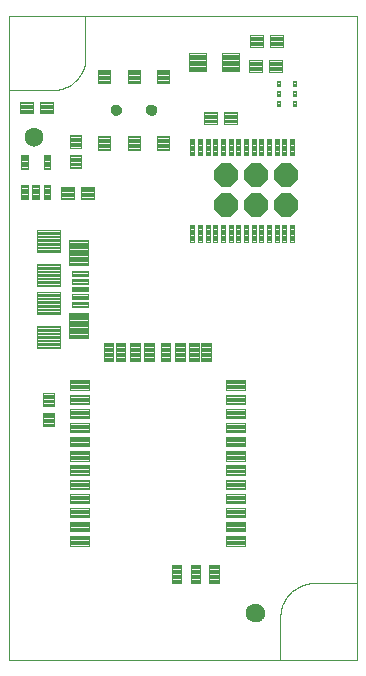
<source format=gbs>
G75*
G70*
%OFA0B0*%
%FSLAX24Y24*%
%IPPOS*%
%LPD*%
%AMOC8*
5,1,8,0,0,1.08239X$1,22.5*
%
%ADD10C,0.0000*%
%ADD11C,0.0043*%
%ADD12C,0.0041*%
%ADD13C,0.0041*%
%ADD14C,0.0041*%
%ADD15C,0.0040*%
%ADD16C,0.0047*%
%ADD17C,0.0375*%
%ADD18C,0.0043*%
%ADD19OC8,0.0780*%
%ADD20C,0.0041*%
%ADD21C,0.0041*%
%ADD22C,0.0631*%
D10*
X001008Y001834D02*
X001008Y020830D01*
X002475Y020830D01*
X002538Y020832D01*
X002602Y020837D01*
X002665Y020847D01*
X002727Y020859D01*
X002788Y020876D01*
X002848Y020896D01*
X002908Y020919D01*
X002965Y020946D01*
X003021Y020976D01*
X003075Y021010D01*
X003127Y021046D01*
X003177Y021085D01*
X003224Y021128D01*
X003269Y021173D01*
X003312Y021220D01*
X003351Y021270D01*
X003387Y021322D01*
X003421Y021376D01*
X003451Y021432D01*
X003478Y021489D01*
X003501Y021549D01*
X003521Y021609D01*
X003538Y021670D01*
X003550Y021732D01*
X003560Y021795D01*
X003565Y021859D01*
X003567Y021922D01*
X003567Y023291D01*
X012622Y023291D01*
X012622Y004393D01*
X011189Y004393D01*
X011124Y004391D01*
X011058Y004385D01*
X010993Y004376D01*
X010929Y004363D01*
X010866Y004346D01*
X010804Y004325D01*
X010743Y004301D01*
X010684Y004273D01*
X010626Y004242D01*
X010570Y004208D01*
X010517Y004170D01*
X010465Y004130D01*
X010416Y004086D01*
X010370Y004040D01*
X010326Y003991D01*
X010286Y003939D01*
X010248Y003886D01*
X010214Y003830D01*
X010183Y003772D01*
X010155Y003713D01*
X010131Y003652D01*
X010110Y003590D01*
X010093Y003527D01*
X010080Y003463D01*
X010071Y003398D01*
X010065Y003332D01*
X010063Y003267D01*
X010063Y001834D01*
X001008Y001834D01*
X008933Y003409D02*
X008935Y003443D01*
X008941Y003477D01*
X008951Y003510D01*
X008964Y003541D01*
X008982Y003571D01*
X009002Y003599D01*
X009026Y003624D01*
X009052Y003646D01*
X009080Y003664D01*
X009111Y003680D01*
X009143Y003692D01*
X009177Y003700D01*
X009211Y003704D01*
X009245Y003704D01*
X009279Y003700D01*
X009313Y003692D01*
X009345Y003680D01*
X009375Y003664D01*
X009404Y003646D01*
X009430Y003624D01*
X009454Y003599D01*
X009474Y003571D01*
X009492Y003541D01*
X009505Y003510D01*
X009515Y003477D01*
X009521Y003443D01*
X009523Y003409D01*
X009521Y003375D01*
X009515Y003341D01*
X009505Y003308D01*
X009492Y003277D01*
X009474Y003247D01*
X009454Y003219D01*
X009430Y003194D01*
X009404Y003172D01*
X009376Y003154D01*
X009345Y003138D01*
X009313Y003126D01*
X009279Y003118D01*
X009245Y003114D01*
X009211Y003114D01*
X009177Y003118D01*
X009143Y003126D01*
X009111Y003138D01*
X009080Y003154D01*
X009052Y003172D01*
X009026Y003194D01*
X009002Y003219D01*
X008982Y003247D01*
X008964Y003277D01*
X008951Y003308D01*
X008941Y003341D01*
X008935Y003375D01*
X008933Y003409D01*
X010063Y001834D02*
X012622Y001834D01*
X012622Y004393D01*
X005596Y020168D02*
X005598Y020193D01*
X005604Y020218D01*
X005613Y020242D01*
X005626Y020264D01*
X005643Y020284D01*
X005662Y020301D01*
X005683Y020315D01*
X005707Y020325D01*
X005731Y020332D01*
X005757Y020335D01*
X005782Y020334D01*
X005807Y020329D01*
X005831Y020320D01*
X005854Y020308D01*
X005874Y020293D01*
X005892Y020274D01*
X005907Y020253D01*
X005918Y020230D01*
X005926Y020206D01*
X005930Y020181D01*
X005930Y020155D01*
X005926Y020130D01*
X005918Y020106D01*
X005907Y020083D01*
X005892Y020062D01*
X005874Y020043D01*
X005854Y020028D01*
X005831Y020016D01*
X005807Y020007D01*
X005782Y020002D01*
X005757Y020001D01*
X005731Y020004D01*
X005707Y020011D01*
X005683Y020021D01*
X005662Y020035D01*
X005643Y020052D01*
X005626Y020072D01*
X005613Y020094D01*
X005604Y020118D01*
X005598Y020143D01*
X005596Y020168D01*
X004415Y020168D02*
X004417Y020193D01*
X004423Y020218D01*
X004432Y020242D01*
X004445Y020264D01*
X004462Y020284D01*
X004481Y020301D01*
X004502Y020315D01*
X004526Y020325D01*
X004550Y020332D01*
X004576Y020335D01*
X004601Y020334D01*
X004626Y020329D01*
X004650Y020320D01*
X004673Y020308D01*
X004693Y020293D01*
X004711Y020274D01*
X004726Y020253D01*
X004737Y020230D01*
X004745Y020206D01*
X004749Y020181D01*
X004749Y020155D01*
X004745Y020130D01*
X004737Y020106D01*
X004726Y020083D01*
X004711Y020062D01*
X004693Y020043D01*
X004673Y020028D01*
X004650Y020016D01*
X004626Y020007D01*
X004601Y020002D01*
X004576Y020001D01*
X004550Y020004D01*
X004526Y020011D01*
X004502Y020021D01*
X004481Y020035D01*
X004462Y020052D01*
X004445Y020072D01*
X004432Y020094D01*
X004423Y020118D01*
X004417Y020143D01*
X004415Y020168D01*
X003567Y023291D02*
X001008Y023291D01*
X001008Y020830D01*
X001540Y019275D02*
X001542Y019309D01*
X001548Y019343D01*
X001558Y019376D01*
X001571Y019407D01*
X001589Y019437D01*
X001609Y019465D01*
X001633Y019490D01*
X001659Y019512D01*
X001687Y019530D01*
X001718Y019546D01*
X001750Y019558D01*
X001784Y019566D01*
X001818Y019570D01*
X001852Y019570D01*
X001886Y019566D01*
X001920Y019558D01*
X001952Y019546D01*
X001982Y019530D01*
X002011Y019512D01*
X002037Y019490D01*
X002061Y019465D01*
X002081Y019437D01*
X002099Y019407D01*
X002112Y019376D01*
X002122Y019343D01*
X002128Y019309D01*
X002130Y019275D01*
X002128Y019241D01*
X002122Y019207D01*
X002112Y019174D01*
X002099Y019143D01*
X002081Y019113D01*
X002061Y019085D01*
X002037Y019060D01*
X002011Y019038D01*
X001983Y019020D01*
X001952Y019004D01*
X001920Y018992D01*
X001886Y018984D01*
X001852Y018980D01*
X001818Y018980D01*
X001784Y018984D01*
X001750Y018992D01*
X001718Y019004D01*
X001687Y019020D01*
X001659Y019038D01*
X001633Y019060D01*
X001609Y019085D01*
X001589Y019113D01*
X001571Y019143D01*
X001558Y019174D01*
X001548Y019207D01*
X001542Y019241D01*
X001540Y019275D01*
D11*
X001387Y020444D02*
X001817Y020444D01*
X001817Y020052D01*
X001387Y020052D01*
X001387Y020444D01*
X001387Y020094D02*
X001817Y020094D01*
X001817Y020136D02*
X001387Y020136D01*
X001387Y020178D02*
X001817Y020178D01*
X001817Y020220D02*
X001387Y020220D01*
X001387Y020262D02*
X001817Y020262D01*
X001817Y020304D02*
X001387Y020304D01*
X001387Y020346D02*
X001817Y020346D01*
X001817Y020388D02*
X001387Y020388D01*
X001387Y020430D02*
X001817Y020430D01*
X002057Y020444D02*
X002487Y020444D01*
X002487Y020052D01*
X002057Y020052D01*
X002057Y020444D01*
X002057Y020094D02*
X002487Y020094D01*
X002487Y020136D02*
X002057Y020136D01*
X002057Y020178D02*
X002487Y020178D01*
X002487Y020220D02*
X002057Y020220D01*
X002057Y020262D02*
X002487Y020262D01*
X002487Y020304D02*
X002057Y020304D01*
X002057Y020346D02*
X002487Y020346D01*
X002487Y020388D02*
X002057Y020388D01*
X002057Y020430D02*
X002487Y020430D01*
X003429Y019338D02*
X003429Y018908D01*
X003037Y018908D01*
X003037Y019338D01*
X003429Y019338D01*
X003429Y018950D02*
X003037Y018950D01*
X003037Y018992D02*
X003429Y018992D01*
X003429Y019034D02*
X003037Y019034D01*
X003037Y019076D02*
X003429Y019076D01*
X003429Y019118D02*
X003037Y019118D01*
X003037Y019160D02*
X003429Y019160D01*
X003429Y019202D02*
X003037Y019202D01*
X003037Y019244D02*
X003429Y019244D01*
X003429Y019286D02*
X003037Y019286D01*
X003037Y019328D02*
X003429Y019328D01*
X003429Y018668D02*
X003429Y018238D01*
X003037Y018238D01*
X003037Y018668D01*
X003429Y018668D01*
X003429Y018280D02*
X003037Y018280D01*
X003037Y018322D02*
X003429Y018322D01*
X003429Y018364D02*
X003037Y018364D01*
X003037Y018406D02*
X003429Y018406D01*
X003429Y018448D02*
X003037Y018448D01*
X003037Y018490D02*
X003429Y018490D01*
X003429Y018532D02*
X003037Y018532D01*
X003037Y018574D02*
X003429Y018574D01*
X003429Y018616D02*
X003037Y018616D01*
X003037Y018658D02*
X003429Y018658D01*
X003992Y019281D02*
X004384Y019281D01*
X004384Y018831D01*
X003992Y018831D01*
X003992Y019281D01*
X003992Y018873D02*
X004384Y018873D01*
X004384Y018915D02*
X003992Y018915D01*
X003992Y018957D02*
X004384Y018957D01*
X004384Y018999D02*
X003992Y018999D01*
X003992Y019041D02*
X004384Y019041D01*
X004384Y019083D02*
X003992Y019083D01*
X003992Y019125D02*
X004384Y019125D01*
X004384Y019167D02*
X003992Y019167D01*
X003992Y019209D02*
X004384Y019209D01*
X004384Y019251D02*
X003992Y019251D01*
X004976Y019281D02*
X005368Y019281D01*
X005368Y018831D01*
X004976Y018831D01*
X004976Y019281D01*
X004976Y018873D02*
X005368Y018873D01*
X005368Y018915D02*
X004976Y018915D01*
X004976Y018957D02*
X005368Y018957D01*
X005368Y018999D02*
X004976Y018999D01*
X004976Y019041D02*
X005368Y019041D01*
X005368Y019083D02*
X004976Y019083D01*
X004976Y019125D02*
X005368Y019125D01*
X005368Y019167D02*
X004976Y019167D01*
X004976Y019209D02*
X005368Y019209D01*
X005368Y019251D02*
X004976Y019251D01*
X005961Y019281D02*
X006353Y019281D01*
X006353Y018831D01*
X005961Y018831D01*
X005961Y019281D01*
X005961Y018873D02*
X006353Y018873D01*
X006353Y018915D02*
X005961Y018915D01*
X005961Y018957D02*
X006353Y018957D01*
X006353Y018999D02*
X005961Y018999D01*
X005961Y019041D02*
X006353Y019041D01*
X006353Y019083D02*
X005961Y019083D01*
X005961Y019125D02*
X006353Y019125D01*
X006353Y019167D02*
X005961Y019167D01*
X005961Y019209D02*
X006353Y019209D01*
X006353Y019251D02*
X005961Y019251D01*
X005961Y021505D02*
X006353Y021505D01*
X006353Y021055D01*
X005961Y021055D01*
X005961Y021505D01*
X005961Y021097D02*
X006353Y021097D01*
X006353Y021139D02*
X005961Y021139D01*
X005961Y021181D02*
X006353Y021181D01*
X006353Y021223D02*
X005961Y021223D01*
X005961Y021265D02*
X006353Y021265D01*
X006353Y021307D02*
X005961Y021307D01*
X005961Y021349D02*
X006353Y021349D01*
X006353Y021391D02*
X005961Y021391D01*
X005961Y021433D02*
X006353Y021433D01*
X006353Y021475D02*
X005961Y021475D01*
X005368Y021505D02*
X004976Y021505D01*
X005368Y021505D02*
X005368Y021055D01*
X004976Y021055D01*
X004976Y021505D01*
X004976Y021097D02*
X005368Y021097D01*
X005368Y021139D02*
X004976Y021139D01*
X004976Y021181D02*
X005368Y021181D01*
X005368Y021223D02*
X004976Y021223D01*
X004976Y021265D02*
X005368Y021265D01*
X005368Y021307D02*
X004976Y021307D01*
X004976Y021349D02*
X005368Y021349D01*
X005368Y021391D02*
X004976Y021391D01*
X004976Y021433D02*
X005368Y021433D01*
X005368Y021475D02*
X004976Y021475D01*
X004384Y021505D02*
X003992Y021505D01*
X004384Y021505D02*
X004384Y021055D01*
X003992Y021055D01*
X003992Y021505D01*
X003992Y021097D02*
X004384Y021097D01*
X004384Y021139D02*
X003992Y021139D01*
X003992Y021181D02*
X004384Y021181D01*
X004384Y021223D02*
X003992Y021223D01*
X003992Y021265D02*
X004384Y021265D01*
X004384Y021307D02*
X003992Y021307D01*
X003992Y021349D02*
X004384Y021349D01*
X004384Y021391D02*
X003992Y021391D01*
X003992Y021433D02*
X004384Y021433D01*
X004384Y021475D02*
X003992Y021475D01*
X003850Y017202D02*
X003420Y017202D01*
X003420Y017594D01*
X003850Y017594D01*
X003850Y017202D01*
X003850Y017244D02*
X003420Y017244D01*
X003420Y017286D02*
X003850Y017286D01*
X003850Y017328D02*
X003420Y017328D01*
X003420Y017370D02*
X003850Y017370D01*
X003850Y017412D02*
X003420Y017412D01*
X003420Y017454D02*
X003850Y017454D01*
X003850Y017496D02*
X003420Y017496D01*
X003420Y017538D02*
X003850Y017538D01*
X003850Y017580D02*
X003420Y017580D01*
X003180Y017202D02*
X002750Y017202D01*
X002750Y017594D01*
X003180Y017594D01*
X003180Y017202D01*
X003180Y017244D02*
X002750Y017244D01*
X002750Y017286D02*
X003180Y017286D01*
X003180Y017328D02*
X002750Y017328D01*
X002750Y017370D02*
X003180Y017370D01*
X003180Y017412D02*
X002750Y017412D01*
X002750Y017454D02*
X003180Y017454D01*
X003180Y017496D02*
X002750Y017496D01*
X002750Y017538D02*
X003180Y017538D01*
X003180Y017580D02*
X002750Y017580D01*
X002139Y010726D02*
X002139Y010296D01*
X002139Y010726D02*
X002531Y010726D01*
X002531Y010296D01*
X002139Y010296D01*
X002139Y010338D02*
X002531Y010338D01*
X002531Y010380D02*
X002139Y010380D01*
X002139Y010422D02*
X002531Y010422D01*
X002531Y010464D02*
X002139Y010464D01*
X002139Y010506D02*
X002531Y010506D01*
X002531Y010548D02*
X002139Y010548D01*
X002139Y010590D02*
X002531Y010590D01*
X002531Y010632D02*
X002139Y010632D01*
X002139Y010674D02*
X002531Y010674D01*
X002531Y010716D02*
X002139Y010716D01*
X002139Y010057D02*
X002139Y009627D01*
X002139Y010057D02*
X002531Y010057D01*
X002531Y009627D01*
X002139Y009627D01*
X002139Y009669D02*
X002531Y009669D01*
X002531Y009711D02*
X002139Y009711D01*
X002139Y009753D02*
X002531Y009753D01*
X002531Y009795D02*
X002139Y009795D01*
X002139Y009837D02*
X002531Y009837D01*
X002531Y009879D02*
X002139Y009879D01*
X002139Y009921D02*
X002531Y009921D01*
X002531Y009963D02*
X002139Y009963D01*
X002139Y010005D02*
X002531Y010005D01*
X002531Y010047D02*
X002139Y010047D01*
X007505Y020105D02*
X007935Y020105D01*
X007935Y019713D01*
X007505Y019713D01*
X007505Y020105D01*
X007505Y019755D02*
X007935Y019755D01*
X007935Y019797D02*
X007505Y019797D01*
X007505Y019839D02*
X007935Y019839D01*
X007935Y019881D02*
X007505Y019881D01*
X007505Y019923D02*
X007935Y019923D01*
X007935Y019965D02*
X007505Y019965D01*
X007505Y020007D02*
X007935Y020007D01*
X007935Y020049D02*
X007505Y020049D01*
X007505Y020091D02*
X007935Y020091D01*
X008175Y020105D02*
X008605Y020105D01*
X008605Y019713D01*
X008175Y019713D01*
X008175Y020105D01*
X008175Y019755D02*
X008605Y019755D01*
X008605Y019797D02*
X008175Y019797D01*
X008175Y019839D02*
X008605Y019839D01*
X008605Y019881D02*
X008175Y019881D01*
X008175Y019923D02*
X008605Y019923D01*
X008605Y019965D02*
X008175Y019965D01*
X008175Y020007D02*
X008605Y020007D01*
X008605Y020049D02*
X008175Y020049D01*
X008175Y020091D02*
X008605Y020091D01*
X009017Y021836D02*
X009447Y021836D01*
X009447Y021444D01*
X009017Y021444D01*
X009017Y021836D01*
X009017Y021486D02*
X009447Y021486D01*
X009447Y021528D02*
X009017Y021528D01*
X009017Y021570D02*
X009447Y021570D01*
X009447Y021612D02*
X009017Y021612D01*
X009017Y021654D02*
X009447Y021654D01*
X009447Y021696D02*
X009017Y021696D01*
X009017Y021738D02*
X009447Y021738D01*
X009447Y021780D02*
X009017Y021780D01*
X009017Y021822D02*
X009447Y021822D01*
X009471Y022667D02*
X009041Y022667D01*
X009471Y022667D02*
X009471Y022275D01*
X009041Y022275D01*
X009041Y022667D01*
X009041Y022317D02*
X009471Y022317D01*
X009471Y022359D02*
X009041Y022359D01*
X009041Y022401D02*
X009471Y022401D01*
X009471Y022443D02*
X009041Y022443D01*
X009041Y022485D02*
X009471Y022485D01*
X009471Y022527D02*
X009041Y022527D01*
X009041Y022569D02*
X009471Y022569D01*
X009471Y022611D02*
X009041Y022611D01*
X009041Y022653D02*
X009471Y022653D01*
X009710Y022667D02*
X010140Y022667D01*
X010140Y022275D01*
X009710Y022275D01*
X009710Y022667D01*
X009710Y022317D02*
X010140Y022317D01*
X010140Y022359D02*
X009710Y022359D01*
X009710Y022401D02*
X010140Y022401D01*
X010140Y022443D02*
X009710Y022443D01*
X009710Y022485D02*
X010140Y022485D01*
X010140Y022527D02*
X009710Y022527D01*
X009710Y022569D02*
X010140Y022569D01*
X010140Y022611D02*
X009710Y022611D01*
X009710Y022653D02*
X010140Y022653D01*
X010117Y021836D02*
X009687Y021836D01*
X010117Y021836D02*
X010117Y021444D01*
X009687Y021444D01*
X009687Y021836D01*
X009687Y021486D02*
X010117Y021486D01*
X010117Y021528D02*
X009687Y021528D01*
X009687Y021570D02*
X010117Y021570D01*
X010117Y021612D02*
X009687Y021612D01*
X009687Y021654D02*
X010117Y021654D01*
X010117Y021696D02*
X009687Y021696D01*
X009687Y021738D02*
X010117Y021738D01*
X010117Y021780D02*
X009687Y021780D01*
X009687Y021822D02*
X010117Y021822D01*
D12*
X008131Y022079D02*
X008131Y021449D01*
X008131Y022079D02*
X008681Y022079D01*
X008681Y021449D01*
X008131Y021449D01*
X008131Y021489D02*
X008681Y021489D01*
X008681Y021529D02*
X008131Y021529D01*
X008131Y021569D02*
X008681Y021569D01*
X008681Y021609D02*
X008131Y021609D01*
X008131Y021649D02*
X008681Y021649D01*
X008681Y021689D02*
X008131Y021689D01*
X008131Y021729D02*
X008681Y021729D01*
X008681Y021769D02*
X008131Y021769D01*
X008131Y021809D02*
X008681Y021809D01*
X008681Y021849D02*
X008131Y021849D01*
X008131Y021889D02*
X008681Y021889D01*
X008681Y021929D02*
X008131Y021929D01*
X008131Y021969D02*
X008681Y021969D01*
X008681Y022009D02*
X008131Y022009D01*
X008131Y022049D02*
X008681Y022049D01*
X007029Y022079D02*
X007029Y021449D01*
X007029Y022079D02*
X007579Y022079D01*
X007579Y021449D01*
X007029Y021449D01*
X007029Y021489D02*
X007579Y021489D01*
X007579Y021529D02*
X007029Y021529D01*
X007029Y021569D02*
X007579Y021569D01*
X007579Y021609D02*
X007029Y021609D01*
X007029Y021649D02*
X007579Y021649D01*
X007579Y021689D02*
X007029Y021689D01*
X007029Y021729D02*
X007579Y021729D01*
X007579Y021769D02*
X007029Y021769D01*
X007029Y021809D02*
X007579Y021809D01*
X007579Y021849D02*
X007029Y021849D01*
X007029Y021889D02*
X007579Y021889D01*
X007579Y021929D02*
X007029Y021929D01*
X007029Y021969D02*
X007579Y021969D01*
X007579Y022009D02*
X007029Y022009D01*
X007029Y022049D02*
X007579Y022049D01*
D13*
X002388Y018679D02*
X002172Y018679D01*
X002388Y018679D02*
X002388Y018207D01*
X002172Y018207D01*
X002172Y018679D01*
X002172Y018247D02*
X002388Y018247D01*
X002388Y018287D02*
X002172Y018287D01*
X002172Y018327D02*
X002388Y018327D01*
X002388Y018367D02*
X002172Y018367D01*
X002172Y018407D02*
X002388Y018407D01*
X002388Y018447D02*
X002172Y018447D01*
X002172Y018487D02*
X002388Y018487D01*
X002388Y018527D02*
X002172Y018527D01*
X002172Y018567D02*
X002388Y018567D01*
X002388Y018607D02*
X002172Y018607D01*
X002172Y018647D02*
X002388Y018647D01*
X002388Y017655D02*
X002172Y017655D01*
X002388Y017655D02*
X002388Y017183D01*
X002172Y017183D01*
X002172Y017655D01*
X002172Y017223D02*
X002388Y017223D01*
X002388Y017263D02*
X002172Y017263D01*
X002172Y017303D02*
X002388Y017303D01*
X002388Y017343D02*
X002172Y017343D01*
X002172Y017383D02*
X002388Y017383D01*
X002388Y017423D02*
X002172Y017423D01*
X002172Y017463D02*
X002388Y017463D01*
X002388Y017503D02*
X002172Y017503D01*
X002172Y017543D02*
X002388Y017543D01*
X002388Y017583D02*
X002172Y017583D01*
X002172Y017623D02*
X002388Y017623D01*
X002014Y017655D02*
X001798Y017655D01*
X002014Y017655D02*
X002014Y017183D01*
X001798Y017183D01*
X001798Y017655D01*
X001798Y017223D02*
X002014Y017223D01*
X002014Y017263D02*
X001798Y017263D01*
X001798Y017303D02*
X002014Y017303D01*
X002014Y017343D02*
X001798Y017343D01*
X001798Y017383D02*
X002014Y017383D01*
X002014Y017423D02*
X001798Y017423D01*
X001798Y017463D02*
X002014Y017463D01*
X002014Y017503D02*
X001798Y017503D01*
X001798Y017543D02*
X002014Y017543D01*
X002014Y017583D02*
X001798Y017583D01*
X001798Y017623D02*
X002014Y017623D01*
X001639Y017655D02*
X001423Y017655D01*
X001639Y017655D02*
X001639Y017183D01*
X001423Y017183D01*
X001423Y017655D01*
X001423Y017223D02*
X001639Y017223D01*
X001639Y017263D02*
X001423Y017263D01*
X001423Y017303D02*
X001639Y017303D01*
X001639Y017343D02*
X001423Y017343D01*
X001423Y017383D02*
X001639Y017383D01*
X001639Y017423D02*
X001423Y017423D01*
X001423Y017463D02*
X001639Y017463D01*
X001639Y017503D02*
X001423Y017503D01*
X001423Y017543D02*
X001639Y017543D01*
X001639Y017583D02*
X001423Y017583D01*
X001423Y017623D02*
X001639Y017623D01*
X001639Y018679D02*
X001423Y018679D01*
X001639Y018679D02*
X001639Y018207D01*
X001423Y018207D01*
X001423Y018679D01*
X001423Y018247D02*
X001639Y018247D01*
X001639Y018287D02*
X001423Y018287D01*
X001423Y018327D02*
X001639Y018327D01*
X001639Y018367D02*
X001423Y018367D01*
X001423Y018407D02*
X001639Y018407D01*
X001639Y018447D02*
X001423Y018447D01*
X001423Y018487D02*
X001639Y018487D01*
X001639Y018527D02*
X001423Y018527D01*
X001423Y018567D02*
X001639Y018567D01*
X001639Y018607D02*
X001423Y018607D01*
X001423Y018647D02*
X001639Y018647D01*
D14*
X003651Y014784D02*
X003651Y014628D01*
X003121Y014628D01*
X003121Y014784D01*
X003651Y014784D01*
X003651Y014668D02*
X003121Y014668D01*
X003121Y014708D02*
X003651Y014708D01*
X003651Y014748D02*
X003121Y014748D01*
X003651Y014528D02*
X003651Y014372D01*
X003121Y014372D01*
X003121Y014528D01*
X003651Y014528D01*
X003651Y014412D02*
X003121Y014412D01*
X003121Y014452D02*
X003651Y014452D01*
X003651Y014492D02*
X003121Y014492D01*
X003651Y014272D02*
X003651Y014116D01*
X003121Y014116D01*
X003121Y014272D01*
X003651Y014272D01*
X003651Y014156D02*
X003121Y014156D01*
X003121Y014196D02*
X003651Y014196D01*
X003651Y014236D02*
X003121Y014236D01*
X003651Y014016D02*
X003651Y013860D01*
X003121Y013860D01*
X003121Y014016D01*
X003651Y014016D01*
X003651Y013900D02*
X003121Y013900D01*
X003121Y013940D02*
X003651Y013940D01*
X003651Y013980D02*
X003121Y013980D01*
X003651Y013760D02*
X003651Y013604D01*
X003121Y013604D01*
X003121Y013760D01*
X003651Y013760D01*
X003651Y013644D02*
X003121Y013644D01*
X003121Y013684D02*
X003651Y013684D01*
X003651Y013724D02*
X003121Y013724D01*
D15*
X003652Y013387D02*
X003652Y012561D01*
X003022Y012561D01*
X003022Y013387D01*
X003652Y013387D01*
X003652Y012600D02*
X003022Y012600D01*
X003022Y012639D02*
X003652Y012639D01*
X003652Y012678D02*
X003022Y012678D01*
X003022Y012717D02*
X003652Y012717D01*
X003652Y012756D02*
X003022Y012756D01*
X003022Y012795D02*
X003652Y012795D01*
X003652Y012834D02*
X003022Y012834D01*
X003022Y012873D02*
X003652Y012873D01*
X003652Y012912D02*
X003022Y012912D01*
X003022Y012951D02*
X003652Y012951D01*
X003652Y012990D02*
X003022Y012990D01*
X003022Y013029D02*
X003652Y013029D01*
X003652Y013068D02*
X003022Y013068D01*
X003022Y013107D02*
X003652Y013107D01*
X003652Y013146D02*
X003022Y013146D01*
X003022Y013185D02*
X003652Y013185D01*
X003652Y013224D02*
X003022Y013224D01*
X003022Y013263D02*
X003652Y013263D01*
X003652Y013302D02*
X003022Y013302D01*
X003022Y013341D02*
X003652Y013341D01*
X003652Y013380D02*
X003022Y013380D01*
X003652Y015002D02*
X003652Y015828D01*
X003652Y015002D02*
X003022Y015002D01*
X003022Y015828D01*
X003652Y015828D01*
X003652Y015041D02*
X003022Y015041D01*
X003022Y015080D02*
X003652Y015080D01*
X003652Y015119D02*
X003022Y015119D01*
X003022Y015158D02*
X003652Y015158D01*
X003652Y015197D02*
X003022Y015197D01*
X003022Y015236D02*
X003652Y015236D01*
X003652Y015275D02*
X003022Y015275D01*
X003022Y015314D02*
X003652Y015314D01*
X003652Y015353D02*
X003022Y015353D01*
X003022Y015392D02*
X003652Y015392D01*
X003652Y015431D02*
X003022Y015431D01*
X003022Y015470D02*
X003652Y015470D01*
X003652Y015509D02*
X003022Y015509D01*
X003022Y015548D02*
X003652Y015548D01*
X003652Y015587D02*
X003022Y015587D01*
X003022Y015626D02*
X003652Y015626D01*
X003652Y015665D02*
X003022Y015665D01*
X003022Y015704D02*
X003652Y015704D01*
X003652Y015743D02*
X003022Y015743D01*
X003022Y015782D02*
X003652Y015782D01*
X003652Y015821D02*
X003022Y015821D01*
D16*
X002704Y016160D02*
X002704Y015418D01*
X001962Y015418D01*
X001962Y016160D01*
X002704Y016160D01*
X002704Y015464D02*
X001962Y015464D01*
X001962Y015510D02*
X002704Y015510D01*
X002704Y015556D02*
X001962Y015556D01*
X001962Y015602D02*
X002704Y015602D01*
X002704Y015648D02*
X001962Y015648D01*
X001962Y015694D02*
X002704Y015694D01*
X002704Y015740D02*
X001962Y015740D01*
X001962Y015786D02*
X002704Y015786D01*
X002704Y015832D02*
X001962Y015832D01*
X001962Y015878D02*
X002704Y015878D01*
X002704Y015924D02*
X001962Y015924D01*
X001962Y015970D02*
X002704Y015970D01*
X002704Y016016D02*
X001962Y016016D01*
X001962Y016062D02*
X002704Y016062D01*
X002704Y016108D02*
X001962Y016108D01*
X001962Y016154D02*
X002704Y016154D01*
X002704Y015038D02*
X002704Y014296D01*
X001962Y014296D01*
X001962Y015038D01*
X002704Y015038D01*
X002704Y014342D02*
X001962Y014342D01*
X001962Y014388D02*
X002704Y014388D01*
X002704Y014434D02*
X001962Y014434D01*
X001962Y014480D02*
X002704Y014480D01*
X002704Y014526D02*
X001962Y014526D01*
X001962Y014572D02*
X002704Y014572D01*
X002704Y014618D02*
X001962Y014618D01*
X001962Y014664D02*
X002704Y014664D01*
X002704Y014710D02*
X001962Y014710D01*
X001962Y014756D02*
X002704Y014756D01*
X002704Y014802D02*
X001962Y014802D01*
X001962Y014848D02*
X002704Y014848D01*
X002704Y014894D02*
X001962Y014894D01*
X001962Y014940D02*
X002704Y014940D01*
X002704Y014986D02*
X001962Y014986D01*
X001962Y015032D02*
X002704Y015032D01*
X002704Y014093D02*
X002704Y013351D01*
X001962Y013351D01*
X001962Y014093D01*
X002704Y014093D01*
X002704Y013397D02*
X001962Y013397D01*
X001962Y013443D02*
X002704Y013443D01*
X002704Y013489D02*
X001962Y013489D01*
X001962Y013535D02*
X002704Y013535D01*
X002704Y013581D02*
X001962Y013581D01*
X001962Y013627D02*
X002704Y013627D01*
X002704Y013673D02*
X001962Y013673D01*
X001962Y013719D02*
X002704Y013719D01*
X002704Y013765D02*
X001962Y013765D01*
X001962Y013811D02*
X002704Y013811D01*
X002704Y013857D02*
X001962Y013857D01*
X001962Y013903D02*
X002704Y013903D01*
X002704Y013949D02*
X001962Y013949D01*
X001962Y013995D02*
X002704Y013995D01*
X002704Y014041D02*
X001962Y014041D01*
X001962Y014087D02*
X002704Y014087D01*
X002704Y012971D02*
X002704Y012229D01*
X001962Y012229D01*
X001962Y012971D01*
X002704Y012971D01*
X002704Y012275D02*
X001962Y012275D01*
X001962Y012321D02*
X002704Y012321D01*
X002704Y012367D02*
X001962Y012367D01*
X001962Y012413D02*
X002704Y012413D01*
X002704Y012459D02*
X001962Y012459D01*
X001962Y012505D02*
X002704Y012505D01*
X002704Y012551D02*
X001962Y012551D01*
X001962Y012597D02*
X002704Y012597D01*
X002704Y012643D02*
X001962Y012643D01*
X001962Y012689D02*
X002704Y012689D01*
X002704Y012735D02*
X001962Y012735D01*
X001962Y012781D02*
X002704Y012781D01*
X002704Y012827D02*
X001962Y012827D01*
X001962Y012873D02*
X002704Y012873D01*
X002704Y012919D02*
X001962Y012919D01*
X001962Y012965D02*
X002704Y012965D01*
D17*
X004582Y020168D03*
X005763Y020168D03*
D18*
X005845Y011784D02*
X005533Y011784D01*
X005533Y012412D01*
X005845Y012412D01*
X005845Y011784D01*
X005845Y011826D02*
X005533Y011826D01*
X005533Y011868D02*
X005845Y011868D01*
X005845Y011910D02*
X005533Y011910D01*
X005533Y011952D02*
X005845Y011952D01*
X005845Y011994D02*
X005533Y011994D01*
X005533Y012036D02*
X005845Y012036D01*
X005845Y012078D02*
X005533Y012078D01*
X005533Y012120D02*
X005845Y012120D01*
X005845Y012162D02*
X005533Y012162D01*
X005533Y012204D02*
X005845Y012204D01*
X005845Y012246D02*
X005533Y012246D01*
X005533Y012288D02*
X005845Y012288D01*
X005845Y012330D02*
X005533Y012330D01*
X005533Y012372D02*
X005845Y012372D01*
X006084Y011784D02*
X006396Y011784D01*
X006084Y011784D02*
X006084Y012412D01*
X006396Y012412D01*
X006396Y011784D01*
X006396Y011826D02*
X006084Y011826D01*
X006084Y011868D02*
X006396Y011868D01*
X006396Y011910D02*
X006084Y011910D01*
X006084Y011952D02*
X006396Y011952D01*
X006396Y011994D02*
X006084Y011994D01*
X006084Y012036D02*
X006396Y012036D01*
X006396Y012078D02*
X006084Y012078D01*
X006084Y012120D02*
X006396Y012120D01*
X006396Y012162D02*
X006084Y012162D01*
X006084Y012204D02*
X006396Y012204D01*
X006396Y012246D02*
X006084Y012246D01*
X006084Y012288D02*
X006396Y012288D01*
X006396Y012330D02*
X006084Y012330D01*
X006084Y012372D02*
X006396Y012372D01*
X006557Y011784D02*
X006869Y011784D01*
X006557Y011784D02*
X006557Y012412D01*
X006869Y012412D01*
X006869Y011784D01*
X006869Y011826D02*
X006557Y011826D01*
X006557Y011868D02*
X006869Y011868D01*
X006869Y011910D02*
X006557Y011910D01*
X006557Y011952D02*
X006869Y011952D01*
X006869Y011994D02*
X006557Y011994D01*
X006557Y012036D02*
X006869Y012036D01*
X006869Y012078D02*
X006557Y012078D01*
X006557Y012120D02*
X006869Y012120D01*
X006869Y012162D02*
X006557Y012162D01*
X006557Y012204D02*
X006869Y012204D01*
X006869Y012246D02*
X006557Y012246D01*
X006557Y012288D02*
X006869Y012288D01*
X006869Y012330D02*
X006557Y012330D01*
X006557Y012372D02*
X006869Y012372D01*
X007029Y011784D02*
X007341Y011784D01*
X007029Y011784D02*
X007029Y012412D01*
X007341Y012412D01*
X007341Y011784D01*
X007341Y011826D02*
X007029Y011826D01*
X007029Y011868D02*
X007341Y011868D01*
X007341Y011910D02*
X007029Y011910D01*
X007029Y011952D02*
X007341Y011952D01*
X007341Y011994D02*
X007029Y011994D01*
X007029Y012036D02*
X007341Y012036D01*
X007341Y012078D02*
X007029Y012078D01*
X007029Y012120D02*
X007341Y012120D01*
X007341Y012162D02*
X007029Y012162D01*
X007029Y012204D02*
X007341Y012204D01*
X007341Y012246D02*
X007029Y012246D01*
X007029Y012288D02*
X007341Y012288D01*
X007341Y012330D02*
X007029Y012330D01*
X007029Y012372D02*
X007341Y012372D01*
X007431Y011784D02*
X007743Y011784D01*
X007431Y011784D02*
X007431Y012412D01*
X007743Y012412D01*
X007743Y011784D01*
X007743Y011826D02*
X007431Y011826D01*
X007431Y011868D02*
X007743Y011868D01*
X007743Y011910D02*
X007431Y011910D01*
X007431Y011952D02*
X007743Y011952D01*
X007743Y011994D02*
X007431Y011994D01*
X007431Y012036D02*
X007743Y012036D01*
X007743Y012078D02*
X007431Y012078D01*
X007431Y012120D02*
X007743Y012120D01*
X007743Y012162D02*
X007431Y012162D01*
X007431Y012204D02*
X007743Y012204D01*
X007743Y012246D02*
X007431Y012246D01*
X007431Y012288D02*
X007743Y012288D01*
X007743Y012330D02*
X007431Y012330D01*
X007431Y012372D02*
X007743Y012372D01*
X008877Y011152D02*
X008877Y010840D01*
X008249Y010840D01*
X008249Y011152D01*
X008877Y011152D01*
X008877Y010882D02*
X008249Y010882D01*
X008249Y010924D02*
X008877Y010924D01*
X008877Y010966D02*
X008249Y010966D01*
X008249Y011008D02*
X008877Y011008D01*
X008877Y011050D02*
X008249Y011050D01*
X008249Y011092D02*
X008877Y011092D01*
X008877Y011134D02*
X008249Y011134D01*
X008877Y010679D02*
X008877Y010367D01*
X008249Y010367D01*
X008249Y010679D01*
X008877Y010679D01*
X008877Y010409D02*
X008249Y010409D01*
X008249Y010451D02*
X008877Y010451D01*
X008877Y010493D02*
X008249Y010493D01*
X008249Y010535D02*
X008877Y010535D01*
X008877Y010577D02*
X008249Y010577D01*
X008249Y010619D02*
X008877Y010619D01*
X008877Y010661D02*
X008249Y010661D01*
X008877Y010207D02*
X008877Y009895D01*
X008249Y009895D01*
X008249Y010207D01*
X008877Y010207D01*
X008877Y009937D02*
X008249Y009937D01*
X008249Y009979D02*
X008877Y009979D01*
X008877Y010021D02*
X008249Y010021D01*
X008249Y010063D02*
X008877Y010063D01*
X008877Y010105D02*
X008249Y010105D01*
X008249Y010147D02*
X008877Y010147D01*
X008877Y010189D02*
X008249Y010189D01*
X008877Y009734D02*
X008877Y009422D01*
X008249Y009422D01*
X008249Y009734D01*
X008877Y009734D01*
X008877Y009464D02*
X008249Y009464D01*
X008249Y009506D02*
X008877Y009506D01*
X008877Y009548D02*
X008249Y009548D01*
X008249Y009590D02*
X008877Y009590D01*
X008877Y009632D02*
X008249Y009632D01*
X008249Y009674D02*
X008877Y009674D01*
X008877Y009716D02*
X008249Y009716D01*
X008877Y009262D02*
X008877Y008950D01*
X008249Y008950D01*
X008249Y009262D01*
X008877Y009262D01*
X008877Y008992D02*
X008249Y008992D01*
X008249Y009034D02*
X008877Y009034D01*
X008877Y009076D02*
X008249Y009076D01*
X008249Y009118D02*
X008877Y009118D01*
X008877Y009160D02*
X008249Y009160D01*
X008249Y009202D02*
X008877Y009202D01*
X008877Y009244D02*
X008249Y009244D01*
X008877Y008790D02*
X008877Y008478D01*
X008249Y008478D01*
X008249Y008790D01*
X008877Y008790D01*
X008877Y008520D02*
X008249Y008520D01*
X008249Y008562D02*
X008877Y008562D01*
X008877Y008604D02*
X008249Y008604D01*
X008249Y008646D02*
X008877Y008646D01*
X008877Y008688D02*
X008249Y008688D01*
X008249Y008730D02*
X008877Y008730D01*
X008877Y008772D02*
X008249Y008772D01*
X008877Y008317D02*
X008877Y008005D01*
X008249Y008005D01*
X008249Y008317D01*
X008877Y008317D01*
X008877Y008047D02*
X008249Y008047D01*
X008249Y008089D02*
X008877Y008089D01*
X008877Y008131D02*
X008249Y008131D01*
X008249Y008173D02*
X008877Y008173D01*
X008877Y008215D02*
X008249Y008215D01*
X008249Y008257D02*
X008877Y008257D01*
X008877Y008299D02*
X008249Y008299D01*
X008877Y007845D02*
X008877Y007533D01*
X008249Y007533D01*
X008249Y007845D01*
X008877Y007845D01*
X008877Y007575D02*
X008249Y007575D01*
X008249Y007617D02*
X008877Y007617D01*
X008877Y007659D02*
X008249Y007659D01*
X008249Y007701D02*
X008877Y007701D01*
X008877Y007743D02*
X008249Y007743D01*
X008249Y007785D02*
X008877Y007785D01*
X008877Y007827D02*
X008249Y007827D01*
X008877Y007372D02*
X008877Y007060D01*
X008249Y007060D01*
X008249Y007372D01*
X008877Y007372D01*
X008877Y007102D02*
X008249Y007102D01*
X008249Y007144D02*
X008877Y007144D01*
X008877Y007186D02*
X008249Y007186D01*
X008249Y007228D02*
X008877Y007228D01*
X008877Y007270D02*
X008249Y007270D01*
X008249Y007312D02*
X008877Y007312D01*
X008877Y007354D02*
X008249Y007354D01*
X008877Y006900D02*
X008877Y006588D01*
X008249Y006588D01*
X008249Y006900D01*
X008877Y006900D01*
X008877Y006630D02*
X008249Y006630D01*
X008249Y006672D02*
X008877Y006672D01*
X008877Y006714D02*
X008249Y006714D01*
X008249Y006756D02*
X008877Y006756D01*
X008877Y006798D02*
X008249Y006798D01*
X008249Y006840D02*
X008877Y006840D01*
X008877Y006882D02*
X008249Y006882D01*
X008877Y006427D02*
X008877Y006115D01*
X008249Y006115D01*
X008249Y006427D01*
X008877Y006427D01*
X008877Y006157D02*
X008249Y006157D01*
X008249Y006199D02*
X008877Y006199D01*
X008877Y006241D02*
X008249Y006241D01*
X008249Y006283D02*
X008877Y006283D01*
X008877Y006325D02*
X008249Y006325D01*
X008249Y006367D02*
X008877Y006367D01*
X008877Y006409D02*
X008249Y006409D01*
X008877Y005955D02*
X008877Y005643D01*
X008249Y005643D01*
X008249Y005955D01*
X008877Y005955D01*
X008877Y005685D02*
X008249Y005685D01*
X008249Y005727D02*
X008877Y005727D01*
X008877Y005769D02*
X008249Y005769D01*
X008249Y005811D02*
X008877Y005811D01*
X008877Y005853D02*
X008249Y005853D01*
X008249Y005895D02*
X008877Y005895D01*
X008877Y005937D02*
X008249Y005937D01*
X008010Y004383D02*
X007698Y004383D01*
X007698Y005011D01*
X008010Y005011D01*
X008010Y004383D01*
X008010Y004425D02*
X007698Y004425D01*
X007698Y004467D02*
X008010Y004467D01*
X008010Y004509D02*
X007698Y004509D01*
X007698Y004551D02*
X008010Y004551D01*
X008010Y004593D02*
X007698Y004593D01*
X007698Y004635D02*
X008010Y004635D01*
X008010Y004677D02*
X007698Y004677D01*
X007698Y004719D02*
X008010Y004719D01*
X008010Y004761D02*
X007698Y004761D01*
X007698Y004803D02*
X008010Y004803D01*
X008010Y004845D02*
X007698Y004845D01*
X007698Y004887D02*
X008010Y004887D01*
X008010Y004929D02*
X007698Y004929D01*
X007698Y004971D02*
X008010Y004971D01*
X007380Y004383D02*
X007068Y004383D01*
X007068Y005011D01*
X007380Y005011D01*
X007380Y004383D01*
X007380Y004425D02*
X007068Y004425D01*
X007068Y004467D02*
X007380Y004467D01*
X007380Y004509D02*
X007068Y004509D01*
X007068Y004551D02*
X007380Y004551D01*
X007380Y004593D02*
X007068Y004593D01*
X007068Y004635D02*
X007380Y004635D01*
X007380Y004677D02*
X007068Y004677D01*
X007068Y004719D02*
X007380Y004719D01*
X007380Y004761D02*
X007068Y004761D01*
X007068Y004803D02*
X007380Y004803D01*
X007380Y004845D02*
X007068Y004845D01*
X007068Y004887D02*
X007380Y004887D01*
X007380Y004929D02*
X007068Y004929D01*
X007068Y004971D02*
X007380Y004971D01*
X006750Y004383D02*
X006438Y004383D01*
X006438Y005011D01*
X006750Y005011D01*
X006750Y004383D01*
X006750Y004425D02*
X006438Y004425D01*
X006438Y004467D02*
X006750Y004467D01*
X006750Y004509D02*
X006438Y004509D01*
X006438Y004551D02*
X006750Y004551D01*
X006750Y004593D02*
X006438Y004593D01*
X006438Y004635D02*
X006750Y004635D01*
X006750Y004677D02*
X006438Y004677D01*
X006438Y004719D02*
X006750Y004719D01*
X006750Y004761D02*
X006438Y004761D01*
X006438Y004803D02*
X006750Y004803D01*
X006750Y004845D02*
X006438Y004845D01*
X006438Y004887D02*
X006750Y004887D01*
X006750Y004929D02*
X006438Y004929D01*
X006438Y004971D02*
X006750Y004971D01*
X003052Y005643D02*
X003052Y005955D01*
X003680Y005955D01*
X003680Y005643D01*
X003052Y005643D01*
X003052Y005685D02*
X003680Y005685D01*
X003680Y005727D02*
X003052Y005727D01*
X003052Y005769D02*
X003680Y005769D01*
X003680Y005811D02*
X003052Y005811D01*
X003052Y005853D02*
X003680Y005853D01*
X003680Y005895D02*
X003052Y005895D01*
X003052Y005937D02*
X003680Y005937D01*
X003052Y006115D02*
X003052Y006427D01*
X003680Y006427D01*
X003680Y006115D01*
X003052Y006115D01*
X003052Y006157D02*
X003680Y006157D01*
X003680Y006199D02*
X003052Y006199D01*
X003052Y006241D02*
X003680Y006241D01*
X003680Y006283D02*
X003052Y006283D01*
X003052Y006325D02*
X003680Y006325D01*
X003680Y006367D02*
X003052Y006367D01*
X003052Y006409D02*
X003680Y006409D01*
X003052Y006588D02*
X003052Y006900D01*
X003680Y006900D01*
X003680Y006588D01*
X003052Y006588D01*
X003052Y006630D02*
X003680Y006630D01*
X003680Y006672D02*
X003052Y006672D01*
X003052Y006714D02*
X003680Y006714D01*
X003680Y006756D02*
X003052Y006756D01*
X003052Y006798D02*
X003680Y006798D01*
X003680Y006840D02*
X003052Y006840D01*
X003052Y006882D02*
X003680Y006882D01*
X003052Y007060D02*
X003052Y007372D01*
X003680Y007372D01*
X003680Y007060D01*
X003052Y007060D01*
X003052Y007102D02*
X003680Y007102D01*
X003680Y007144D02*
X003052Y007144D01*
X003052Y007186D02*
X003680Y007186D01*
X003680Y007228D02*
X003052Y007228D01*
X003052Y007270D02*
X003680Y007270D01*
X003680Y007312D02*
X003052Y007312D01*
X003052Y007354D02*
X003680Y007354D01*
X003052Y007533D02*
X003052Y007845D01*
X003680Y007845D01*
X003680Y007533D01*
X003052Y007533D01*
X003052Y007575D02*
X003680Y007575D01*
X003680Y007617D02*
X003052Y007617D01*
X003052Y007659D02*
X003680Y007659D01*
X003680Y007701D02*
X003052Y007701D01*
X003052Y007743D02*
X003680Y007743D01*
X003680Y007785D02*
X003052Y007785D01*
X003052Y007827D02*
X003680Y007827D01*
X003052Y008005D02*
X003052Y008317D01*
X003680Y008317D01*
X003680Y008005D01*
X003052Y008005D01*
X003052Y008047D02*
X003680Y008047D01*
X003680Y008089D02*
X003052Y008089D01*
X003052Y008131D02*
X003680Y008131D01*
X003680Y008173D02*
X003052Y008173D01*
X003052Y008215D02*
X003680Y008215D01*
X003680Y008257D02*
X003052Y008257D01*
X003052Y008299D02*
X003680Y008299D01*
X003052Y008478D02*
X003052Y008790D01*
X003680Y008790D01*
X003680Y008478D01*
X003052Y008478D01*
X003052Y008520D02*
X003680Y008520D01*
X003680Y008562D02*
X003052Y008562D01*
X003052Y008604D02*
X003680Y008604D01*
X003680Y008646D02*
X003052Y008646D01*
X003052Y008688D02*
X003680Y008688D01*
X003680Y008730D02*
X003052Y008730D01*
X003052Y008772D02*
X003680Y008772D01*
X003052Y008950D02*
X003052Y009262D01*
X003680Y009262D01*
X003680Y008950D01*
X003052Y008950D01*
X003052Y008992D02*
X003680Y008992D01*
X003680Y009034D02*
X003052Y009034D01*
X003052Y009076D02*
X003680Y009076D01*
X003680Y009118D02*
X003052Y009118D01*
X003052Y009160D02*
X003680Y009160D01*
X003680Y009202D02*
X003052Y009202D01*
X003052Y009244D02*
X003680Y009244D01*
X003052Y009422D02*
X003052Y009734D01*
X003680Y009734D01*
X003680Y009422D01*
X003052Y009422D01*
X003052Y009464D02*
X003680Y009464D01*
X003680Y009506D02*
X003052Y009506D01*
X003052Y009548D02*
X003680Y009548D01*
X003680Y009590D02*
X003052Y009590D01*
X003052Y009632D02*
X003680Y009632D01*
X003680Y009674D02*
X003052Y009674D01*
X003052Y009716D02*
X003680Y009716D01*
X003052Y009895D02*
X003052Y010207D01*
X003680Y010207D01*
X003680Y009895D01*
X003052Y009895D01*
X003052Y009937D02*
X003680Y009937D01*
X003680Y009979D02*
X003052Y009979D01*
X003052Y010021D02*
X003680Y010021D01*
X003680Y010063D02*
X003052Y010063D01*
X003052Y010105D02*
X003680Y010105D01*
X003680Y010147D02*
X003052Y010147D01*
X003052Y010189D02*
X003680Y010189D01*
X003052Y010367D02*
X003052Y010679D01*
X003680Y010679D01*
X003680Y010367D01*
X003052Y010367D01*
X003052Y010409D02*
X003680Y010409D01*
X003680Y010451D02*
X003052Y010451D01*
X003052Y010493D02*
X003680Y010493D01*
X003680Y010535D02*
X003052Y010535D01*
X003052Y010577D02*
X003680Y010577D01*
X003680Y010619D02*
X003052Y010619D01*
X003052Y010661D02*
X003680Y010661D01*
X003052Y010840D02*
X003052Y011152D01*
X003680Y011152D01*
X003680Y010840D01*
X003052Y010840D01*
X003052Y010882D02*
X003680Y010882D01*
X003680Y010924D02*
X003052Y010924D01*
X003052Y010966D02*
X003680Y010966D01*
X003680Y011008D02*
X003052Y011008D01*
X003052Y011050D02*
X003680Y011050D01*
X003680Y011092D02*
X003052Y011092D01*
X003052Y011134D02*
X003680Y011134D01*
X004186Y011784D02*
X004498Y011784D01*
X004186Y011784D02*
X004186Y012412D01*
X004498Y012412D01*
X004498Y011784D01*
X004498Y011826D02*
X004186Y011826D01*
X004186Y011868D02*
X004498Y011868D01*
X004498Y011910D02*
X004186Y011910D01*
X004186Y011952D02*
X004498Y011952D01*
X004498Y011994D02*
X004186Y011994D01*
X004186Y012036D02*
X004498Y012036D01*
X004498Y012078D02*
X004186Y012078D01*
X004186Y012120D02*
X004498Y012120D01*
X004498Y012162D02*
X004186Y012162D01*
X004186Y012204D02*
X004498Y012204D01*
X004498Y012246D02*
X004186Y012246D01*
X004186Y012288D02*
X004498Y012288D01*
X004498Y012330D02*
X004186Y012330D01*
X004186Y012372D02*
X004498Y012372D01*
X004588Y011784D02*
X004900Y011784D01*
X004588Y011784D02*
X004588Y012412D01*
X004900Y012412D01*
X004900Y011784D01*
X004900Y011826D02*
X004588Y011826D01*
X004588Y011868D02*
X004900Y011868D01*
X004900Y011910D02*
X004588Y011910D01*
X004588Y011952D02*
X004900Y011952D01*
X004900Y011994D02*
X004588Y011994D01*
X004588Y012036D02*
X004900Y012036D01*
X004900Y012078D02*
X004588Y012078D01*
X004588Y012120D02*
X004900Y012120D01*
X004900Y012162D02*
X004588Y012162D01*
X004588Y012204D02*
X004900Y012204D01*
X004900Y012246D02*
X004588Y012246D01*
X004588Y012288D02*
X004900Y012288D01*
X004900Y012330D02*
X004588Y012330D01*
X004588Y012372D02*
X004900Y012372D01*
X005061Y011784D02*
X005373Y011784D01*
X005061Y011784D02*
X005061Y012412D01*
X005373Y012412D01*
X005373Y011784D01*
X005373Y011826D02*
X005061Y011826D01*
X005061Y011868D02*
X005373Y011868D01*
X005373Y011910D02*
X005061Y011910D01*
X005061Y011952D02*
X005373Y011952D01*
X005373Y011994D02*
X005061Y011994D01*
X005061Y012036D02*
X005373Y012036D01*
X005373Y012078D02*
X005061Y012078D01*
X005061Y012120D02*
X005373Y012120D01*
X005373Y012162D02*
X005061Y012162D01*
X005061Y012204D02*
X005373Y012204D01*
X005373Y012246D02*
X005061Y012246D01*
X005061Y012288D02*
X005373Y012288D01*
X005373Y012330D02*
X005061Y012330D01*
X005061Y012372D02*
X005373Y012372D01*
D19*
X008256Y017000D03*
X008256Y018000D03*
X009256Y018000D03*
X009256Y017000D03*
X010256Y017000D03*
X010256Y018000D03*
D20*
X010267Y019206D02*
X010131Y019206D01*
X010267Y019206D02*
X010267Y018656D01*
X010131Y018656D01*
X010131Y019206D01*
X010131Y018696D02*
X010267Y018696D01*
X010267Y018736D02*
X010131Y018736D01*
X010131Y018776D02*
X010267Y018776D01*
X010267Y018816D02*
X010131Y018816D01*
X010131Y018856D02*
X010267Y018856D01*
X010267Y018896D02*
X010131Y018896D01*
X010131Y018936D02*
X010267Y018936D01*
X010267Y018976D02*
X010131Y018976D01*
X010131Y019016D02*
X010267Y019016D01*
X010267Y019056D02*
X010131Y019056D01*
X010131Y019096D02*
X010267Y019096D01*
X010267Y019136D02*
X010131Y019136D01*
X010131Y019176D02*
X010267Y019176D01*
X010387Y019206D02*
X010523Y019206D01*
X010523Y018656D01*
X010387Y018656D01*
X010387Y019206D01*
X010387Y018696D02*
X010523Y018696D01*
X010523Y018736D02*
X010387Y018736D01*
X010387Y018776D02*
X010523Y018776D01*
X010523Y018816D02*
X010387Y018816D01*
X010387Y018856D02*
X010523Y018856D01*
X010523Y018896D02*
X010387Y018896D01*
X010387Y018936D02*
X010523Y018936D01*
X010523Y018976D02*
X010387Y018976D01*
X010387Y019016D02*
X010523Y019016D01*
X010523Y019056D02*
X010387Y019056D01*
X010387Y019096D02*
X010523Y019096D01*
X010523Y019136D02*
X010387Y019136D01*
X010387Y019176D02*
X010523Y019176D01*
X010011Y019206D02*
X009875Y019206D01*
X010011Y019206D02*
X010011Y018656D01*
X009875Y018656D01*
X009875Y019206D01*
X009875Y018696D02*
X010011Y018696D01*
X010011Y018736D02*
X009875Y018736D01*
X009875Y018776D02*
X010011Y018776D01*
X010011Y018816D02*
X009875Y018816D01*
X009875Y018856D02*
X010011Y018856D01*
X010011Y018896D02*
X009875Y018896D01*
X009875Y018936D02*
X010011Y018936D01*
X010011Y018976D02*
X009875Y018976D01*
X009875Y019016D02*
X010011Y019016D01*
X010011Y019056D02*
X009875Y019056D01*
X009875Y019096D02*
X010011Y019096D01*
X010011Y019136D02*
X009875Y019136D01*
X009875Y019176D02*
X010011Y019176D01*
X009755Y019206D02*
X009619Y019206D01*
X009755Y019206D02*
X009755Y018656D01*
X009619Y018656D01*
X009619Y019206D01*
X009619Y018696D02*
X009755Y018696D01*
X009755Y018736D02*
X009619Y018736D01*
X009619Y018776D02*
X009755Y018776D01*
X009755Y018816D02*
X009619Y018816D01*
X009619Y018856D02*
X009755Y018856D01*
X009755Y018896D02*
X009619Y018896D01*
X009619Y018936D02*
X009755Y018936D01*
X009755Y018976D02*
X009619Y018976D01*
X009619Y019016D02*
X009755Y019016D01*
X009755Y019056D02*
X009619Y019056D01*
X009619Y019096D02*
X009755Y019096D01*
X009755Y019136D02*
X009619Y019136D01*
X009619Y019176D02*
X009755Y019176D01*
X009499Y019206D02*
X009363Y019206D01*
X009499Y019206D02*
X009499Y018656D01*
X009363Y018656D01*
X009363Y019206D01*
X009363Y018696D02*
X009499Y018696D01*
X009499Y018736D02*
X009363Y018736D01*
X009363Y018776D02*
X009499Y018776D01*
X009499Y018816D02*
X009363Y018816D01*
X009363Y018856D02*
X009499Y018856D01*
X009499Y018896D02*
X009363Y018896D01*
X009363Y018936D02*
X009499Y018936D01*
X009499Y018976D02*
X009363Y018976D01*
X009363Y019016D02*
X009499Y019016D01*
X009499Y019056D02*
X009363Y019056D01*
X009363Y019096D02*
X009499Y019096D01*
X009499Y019136D02*
X009363Y019136D01*
X009363Y019176D02*
X009499Y019176D01*
X009243Y019206D02*
X009107Y019206D01*
X009243Y019206D02*
X009243Y018656D01*
X009107Y018656D01*
X009107Y019206D01*
X009107Y018696D02*
X009243Y018696D01*
X009243Y018736D02*
X009107Y018736D01*
X009107Y018776D02*
X009243Y018776D01*
X009243Y018816D02*
X009107Y018816D01*
X009107Y018856D02*
X009243Y018856D01*
X009243Y018896D02*
X009107Y018896D01*
X009107Y018936D02*
X009243Y018936D01*
X009243Y018976D02*
X009107Y018976D01*
X009107Y019016D02*
X009243Y019016D01*
X009243Y019056D02*
X009107Y019056D01*
X009107Y019096D02*
X009243Y019096D01*
X009243Y019136D02*
X009107Y019136D01*
X009107Y019176D02*
X009243Y019176D01*
X008987Y019206D02*
X008851Y019206D01*
X008987Y019206D02*
X008987Y018656D01*
X008851Y018656D01*
X008851Y019206D01*
X008851Y018696D02*
X008987Y018696D01*
X008987Y018736D02*
X008851Y018736D01*
X008851Y018776D02*
X008987Y018776D01*
X008987Y018816D02*
X008851Y018816D01*
X008851Y018856D02*
X008987Y018856D01*
X008987Y018896D02*
X008851Y018896D01*
X008851Y018936D02*
X008987Y018936D01*
X008987Y018976D02*
X008851Y018976D01*
X008851Y019016D02*
X008987Y019016D01*
X008987Y019056D02*
X008851Y019056D01*
X008851Y019096D02*
X008987Y019096D01*
X008987Y019136D02*
X008851Y019136D01*
X008851Y019176D02*
X008987Y019176D01*
X008731Y019206D02*
X008595Y019206D01*
X008731Y019206D02*
X008731Y018656D01*
X008595Y018656D01*
X008595Y019206D01*
X008595Y018696D02*
X008731Y018696D01*
X008731Y018736D02*
X008595Y018736D01*
X008595Y018776D02*
X008731Y018776D01*
X008731Y018816D02*
X008595Y018816D01*
X008595Y018856D02*
X008731Y018856D01*
X008731Y018896D02*
X008595Y018896D01*
X008595Y018936D02*
X008731Y018936D01*
X008731Y018976D02*
X008595Y018976D01*
X008595Y019016D02*
X008731Y019016D01*
X008731Y019056D02*
X008595Y019056D01*
X008595Y019096D02*
X008731Y019096D01*
X008731Y019136D02*
X008595Y019136D01*
X008595Y019176D02*
X008731Y019176D01*
X008475Y019206D02*
X008339Y019206D01*
X008475Y019206D02*
X008475Y018656D01*
X008339Y018656D01*
X008339Y019206D01*
X008339Y018696D02*
X008475Y018696D01*
X008475Y018736D02*
X008339Y018736D01*
X008339Y018776D02*
X008475Y018776D01*
X008475Y018816D02*
X008339Y018816D01*
X008339Y018856D02*
X008475Y018856D01*
X008475Y018896D02*
X008339Y018896D01*
X008339Y018936D02*
X008475Y018936D01*
X008475Y018976D02*
X008339Y018976D01*
X008339Y019016D02*
X008475Y019016D01*
X008475Y019056D02*
X008339Y019056D01*
X008339Y019096D02*
X008475Y019096D01*
X008475Y019136D02*
X008339Y019136D01*
X008339Y019176D02*
X008475Y019176D01*
X008220Y019206D02*
X008084Y019206D01*
X008220Y019206D02*
X008220Y018656D01*
X008084Y018656D01*
X008084Y019206D01*
X008084Y018696D02*
X008220Y018696D01*
X008220Y018736D02*
X008084Y018736D01*
X008084Y018776D02*
X008220Y018776D01*
X008220Y018816D02*
X008084Y018816D01*
X008084Y018856D02*
X008220Y018856D01*
X008220Y018896D02*
X008084Y018896D01*
X008084Y018936D02*
X008220Y018936D01*
X008220Y018976D02*
X008084Y018976D01*
X008084Y019016D02*
X008220Y019016D01*
X008220Y019056D02*
X008084Y019056D01*
X008084Y019096D02*
X008220Y019096D01*
X008220Y019136D02*
X008084Y019136D01*
X008084Y019176D02*
X008220Y019176D01*
X007964Y019206D02*
X007828Y019206D01*
X007964Y019206D02*
X007964Y018656D01*
X007828Y018656D01*
X007828Y019206D01*
X007828Y018696D02*
X007964Y018696D01*
X007964Y018736D02*
X007828Y018736D01*
X007828Y018776D02*
X007964Y018776D01*
X007964Y018816D02*
X007828Y018816D01*
X007828Y018856D02*
X007964Y018856D01*
X007964Y018896D02*
X007828Y018896D01*
X007828Y018936D02*
X007964Y018936D01*
X007964Y018976D02*
X007828Y018976D01*
X007828Y019016D02*
X007964Y019016D01*
X007964Y019056D02*
X007828Y019056D01*
X007828Y019096D02*
X007964Y019096D01*
X007964Y019136D02*
X007828Y019136D01*
X007828Y019176D02*
X007964Y019176D01*
X007708Y019206D02*
X007572Y019206D01*
X007708Y019206D02*
X007708Y018656D01*
X007572Y018656D01*
X007572Y019206D01*
X007572Y018696D02*
X007708Y018696D01*
X007708Y018736D02*
X007572Y018736D01*
X007572Y018776D02*
X007708Y018776D01*
X007708Y018816D02*
X007572Y018816D01*
X007572Y018856D02*
X007708Y018856D01*
X007708Y018896D02*
X007572Y018896D01*
X007572Y018936D02*
X007708Y018936D01*
X007708Y018976D02*
X007572Y018976D01*
X007572Y019016D02*
X007708Y019016D01*
X007708Y019056D02*
X007572Y019056D01*
X007572Y019096D02*
X007708Y019096D01*
X007708Y019136D02*
X007572Y019136D01*
X007572Y019176D02*
X007708Y019176D01*
X007452Y019206D02*
X007316Y019206D01*
X007452Y019206D02*
X007452Y018656D01*
X007316Y018656D01*
X007316Y019206D01*
X007316Y018696D02*
X007452Y018696D01*
X007452Y018736D02*
X007316Y018736D01*
X007316Y018776D02*
X007452Y018776D01*
X007452Y018816D02*
X007316Y018816D01*
X007316Y018856D02*
X007452Y018856D01*
X007452Y018896D02*
X007316Y018896D01*
X007316Y018936D02*
X007452Y018936D01*
X007452Y018976D02*
X007316Y018976D01*
X007316Y019016D02*
X007452Y019016D01*
X007452Y019056D02*
X007316Y019056D01*
X007316Y019096D02*
X007452Y019096D01*
X007452Y019136D02*
X007316Y019136D01*
X007316Y019176D02*
X007452Y019176D01*
X007196Y019206D02*
X007060Y019206D01*
X007196Y019206D02*
X007196Y018656D01*
X007060Y018656D01*
X007060Y019206D01*
X007060Y018696D02*
X007196Y018696D01*
X007196Y018736D02*
X007060Y018736D01*
X007060Y018776D02*
X007196Y018776D01*
X007196Y018816D02*
X007060Y018816D01*
X007060Y018856D02*
X007196Y018856D01*
X007196Y018896D02*
X007060Y018896D01*
X007060Y018936D02*
X007196Y018936D01*
X007196Y018976D02*
X007060Y018976D01*
X007060Y019016D02*
X007196Y019016D01*
X007196Y019056D02*
X007060Y019056D01*
X007060Y019096D02*
X007196Y019096D01*
X007196Y019136D02*
X007060Y019136D01*
X007060Y019176D02*
X007196Y019176D01*
X007196Y016327D02*
X007060Y016327D01*
X007196Y016327D02*
X007196Y015777D01*
X007060Y015777D01*
X007060Y016327D01*
X007060Y015817D02*
X007196Y015817D01*
X007196Y015857D02*
X007060Y015857D01*
X007060Y015897D02*
X007196Y015897D01*
X007196Y015937D02*
X007060Y015937D01*
X007060Y015977D02*
X007196Y015977D01*
X007196Y016017D02*
X007060Y016017D01*
X007060Y016057D02*
X007196Y016057D01*
X007196Y016097D02*
X007060Y016097D01*
X007060Y016137D02*
X007196Y016137D01*
X007196Y016177D02*
X007060Y016177D01*
X007060Y016217D02*
X007196Y016217D01*
X007196Y016257D02*
X007060Y016257D01*
X007060Y016297D02*
X007196Y016297D01*
X007316Y016327D02*
X007452Y016327D01*
X007452Y015777D01*
X007316Y015777D01*
X007316Y016327D01*
X007316Y015817D02*
X007452Y015817D01*
X007452Y015857D02*
X007316Y015857D01*
X007316Y015897D02*
X007452Y015897D01*
X007452Y015937D02*
X007316Y015937D01*
X007316Y015977D02*
X007452Y015977D01*
X007452Y016017D02*
X007316Y016017D01*
X007316Y016057D02*
X007452Y016057D01*
X007452Y016097D02*
X007316Y016097D01*
X007316Y016137D02*
X007452Y016137D01*
X007452Y016177D02*
X007316Y016177D01*
X007316Y016217D02*
X007452Y016217D01*
X007452Y016257D02*
X007316Y016257D01*
X007316Y016297D02*
X007452Y016297D01*
X007572Y016327D02*
X007708Y016327D01*
X007708Y015777D01*
X007572Y015777D01*
X007572Y016327D01*
X007572Y015817D02*
X007708Y015817D01*
X007708Y015857D02*
X007572Y015857D01*
X007572Y015897D02*
X007708Y015897D01*
X007708Y015937D02*
X007572Y015937D01*
X007572Y015977D02*
X007708Y015977D01*
X007708Y016017D02*
X007572Y016017D01*
X007572Y016057D02*
X007708Y016057D01*
X007708Y016097D02*
X007572Y016097D01*
X007572Y016137D02*
X007708Y016137D01*
X007708Y016177D02*
X007572Y016177D01*
X007572Y016217D02*
X007708Y016217D01*
X007708Y016257D02*
X007572Y016257D01*
X007572Y016297D02*
X007708Y016297D01*
X007828Y016327D02*
X007964Y016327D01*
X007964Y015777D01*
X007828Y015777D01*
X007828Y016327D01*
X007828Y015817D02*
X007964Y015817D01*
X007964Y015857D02*
X007828Y015857D01*
X007828Y015897D02*
X007964Y015897D01*
X007964Y015937D02*
X007828Y015937D01*
X007828Y015977D02*
X007964Y015977D01*
X007964Y016017D02*
X007828Y016017D01*
X007828Y016057D02*
X007964Y016057D01*
X007964Y016097D02*
X007828Y016097D01*
X007828Y016137D02*
X007964Y016137D01*
X007964Y016177D02*
X007828Y016177D01*
X007828Y016217D02*
X007964Y016217D01*
X007964Y016257D02*
X007828Y016257D01*
X007828Y016297D02*
X007964Y016297D01*
X008084Y016327D02*
X008220Y016327D01*
X008220Y015777D01*
X008084Y015777D01*
X008084Y016327D01*
X008084Y015817D02*
X008220Y015817D01*
X008220Y015857D02*
X008084Y015857D01*
X008084Y015897D02*
X008220Y015897D01*
X008220Y015937D02*
X008084Y015937D01*
X008084Y015977D02*
X008220Y015977D01*
X008220Y016017D02*
X008084Y016017D01*
X008084Y016057D02*
X008220Y016057D01*
X008220Y016097D02*
X008084Y016097D01*
X008084Y016137D02*
X008220Y016137D01*
X008220Y016177D02*
X008084Y016177D01*
X008084Y016217D02*
X008220Y016217D01*
X008220Y016257D02*
X008084Y016257D01*
X008084Y016297D02*
X008220Y016297D01*
X008339Y016327D02*
X008475Y016327D01*
X008475Y015777D01*
X008339Y015777D01*
X008339Y016327D01*
X008339Y015817D02*
X008475Y015817D01*
X008475Y015857D02*
X008339Y015857D01*
X008339Y015897D02*
X008475Y015897D01*
X008475Y015937D02*
X008339Y015937D01*
X008339Y015977D02*
X008475Y015977D01*
X008475Y016017D02*
X008339Y016017D01*
X008339Y016057D02*
X008475Y016057D01*
X008475Y016097D02*
X008339Y016097D01*
X008339Y016137D02*
X008475Y016137D01*
X008475Y016177D02*
X008339Y016177D01*
X008339Y016217D02*
X008475Y016217D01*
X008475Y016257D02*
X008339Y016257D01*
X008339Y016297D02*
X008475Y016297D01*
X008595Y016327D02*
X008731Y016327D01*
X008731Y015777D01*
X008595Y015777D01*
X008595Y016327D01*
X008595Y015817D02*
X008731Y015817D01*
X008731Y015857D02*
X008595Y015857D01*
X008595Y015897D02*
X008731Y015897D01*
X008731Y015937D02*
X008595Y015937D01*
X008595Y015977D02*
X008731Y015977D01*
X008731Y016017D02*
X008595Y016017D01*
X008595Y016057D02*
X008731Y016057D01*
X008731Y016097D02*
X008595Y016097D01*
X008595Y016137D02*
X008731Y016137D01*
X008731Y016177D02*
X008595Y016177D01*
X008595Y016217D02*
X008731Y016217D01*
X008731Y016257D02*
X008595Y016257D01*
X008595Y016297D02*
X008731Y016297D01*
X008851Y016327D02*
X008987Y016327D01*
X008987Y015777D01*
X008851Y015777D01*
X008851Y016327D01*
X008851Y015817D02*
X008987Y015817D01*
X008987Y015857D02*
X008851Y015857D01*
X008851Y015897D02*
X008987Y015897D01*
X008987Y015937D02*
X008851Y015937D01*
X008851Y015977D02*
X008987Y015977D01*
X008987Y016017D02*
X008851Y016017D01*
X008851Y016057D02*
X008987Y016057D01*
X008987Y016097D02*
X008851Y016097D01*
X008851Y016137D02*
X008987Y016137D01*
X008987Y016177D02*
X008851Y016177D01*
X008851Y016217D02*
X008987Y016217D01*
X008987Y016257D02*
X008851Y016257D01*
X008851Y016297D02*
X008987Y016297D01*
X009107Y016327D02*
X009243Y016327D01*
X009243Y015777D01*
X009107Y015777D01*
X009107Y016327D01*
X009107Y015817D02*
X009243Y015817D01*
X009243Y015857D02*
X009107Y015857D01*
X009107Y015897D02*
X009243Y015897D01*
X009243Y015937D02*
X009107Y015937D01*
X009107Y015977D02*
X009243Y015977D01*
X009243Y016017D02*
X009107Y016017D01*
X009107Y016057D02*
X009243Y016057D01*
X009243Y016097D02*
X009107Y016097D01*
X009107Y016137D02*
X009243Y016137D01*
X009243Y016177D02*
X009107Y016177D01*
X009107Y016217D02*
X009243Y016217D01*
X009243Y016257D02*
X009107Y016257D01*
X009107Y016297D02*
X009243Y016297D01*
X009363Y016327D02*
X009499Y016327D01*
X009499Y015777D01*
X009363Y015777D01*
X009363Y016327D01*
X009363Y015817D02*
X009499Y015817D01*
X009499Y015857D02*
X009363Y015857D01*
X009363Y015897D02*
X009499Y015897D01*
X009499Y015937D02*
X009363Y015937D01*
X009363Y015977D02*
X009499Y015977D01*
X009499Y016017D02*
X009363Y016017D01*
X009363Y016057D02*
X009499Y016057D01*
X009499Y016097D02*
X009363Y016097D01*
X009363Y016137D02*
X009499Y016137D01*
X009499Y016177D02*
X009363Y016177D01*
X009363Y016217D02*
X009499Y016217D01*
X009499Y016257D02*
X009363Y016257D01*
X009363Y016297D02*
X009499Y016297D01*
X009619Y016327D02*
X009755Y016327D01*
X009755Y015777D01*
X009619Y015777D01*
X009619Y016327D01*
X009619Y015817D02*
X009755Y015817D01*
X009755Y015857D02*
X009619Y015857D01*
X009619Y015897D02*
X009755Y015897D01*
X009755Y015937D02*
X009619Y015937D01*
X009619Y015977D02*
X009755Y015977D01*
X009755Y016017D02*
X009619Y016017D01*
X009619Y016057D02*
X009755Y016057D01*
X009755Y016097D02*
X009619Y016097D01*
X009619Y016137D02*
X009755Y016137D01*
X009755Y016177D02*
X009619Y016177D01*
X009619Y016217D02*
X009755Y016217D01*
X009755Y016257D02*
X009619Y016257D01*
X009619Y016297D02*
X009755Y016297D01*
X009875Y016327D02*
X010011Y016327D01*
X010011Y015777D01*
X009875Y015777D01*
X009875Y016327D01*
X009875Y015817D02*
X010011Y015817D01*
X010011Y015857D02*
X009875Y015857D01*
X009875Y015897D02*
X010011Y015897D01*
X010011Y015937D02*
X009875Y015937D01*
X009875Y015977D02*
X010011Y015977D01*
X010011Y016017D02*
X009875Y016017D01*
X009875Y016057D02*
X010011Y016057D01*
X010011Y016097D02*
X009875Y016097D01*
X009875Y016137D02*
X010011Y016137D01*
X010011Y016177D02*
X009875Y016177D01*
X009875Y016217D02*
X010011Y016217D01*
X010011Y016257D02*
X009875Y016257D01*
X009875Y016297D02*
X010011Y016297D01*
X010131Y016327D02*
X010267Y016327D01*
X010267Y015777D01*
X010131Y015777D01*
X010131Y016327D01*
X010131Y015817D02*
X010267Y015817D01*
X010267Y015857D02*
X010131Y015857D01*
X010131Y015897D02*
X010267Y015897D01*
X010267Y015937D02*
X010131Y015937D01*
X010131Y015977D02*
X010267Y015977D01*
X010267Y016017D02*
X010131Y016017D01*
X010131Y016057D02*
X010267Y016057D01*
X010267Y016097D02*
X010131Y016097D01*
X010131Y016137D02*
X010267Y016137D01*
X010267Y016177D02*
X010131Y016177D01*
X010131Y016217D02*
X010267Y016217D01*
X010267Y016257D02*
X010131Y016257D01*
X010131Y016297D02*
X010267Y016297D01*
X010387Y016327D02*
X010523Y016327D01*
X010523Y015777D01*
X010387Y015777D01*
X010387Y016327D01*
X010387Y015817D02*
X010523Y015817D01*
X010523Y015857D02*
X010387Y015857D01*
X010387Y015897D02*
X010523Y015897D01*
X010523Y015937D02*
X010387Y015937D01*
X010387Y015977D02*
X010523Y015977D01*
X010523Y016017D02*
X010387Y016017D01*
X010387Y016057D02*
X010523Y016057D01*
X010523Y016097D02*
X010387Y016097D01*
X010387Y016137D02*
X010523Y016137D01*
X010523Y016177D02*
X010387Y016177D01*
X010387Y016217D02*
X010523Y016217D01*
X010523Y016257D02*
X010387Y016257D01*
X010387Y016297D02*
X010523Y016297D01*
D21*
X010596Y020296D02*
X010596Y020452D01*
X010596Y020296D02*
X010494Y020296D01*
X010494Y020452D01*
X010596Y020452D01*
X010596Y020336D02*
X010494Y020336D01*
X010494Y020376D02*
X010596Y020376D01*
X010596Y020416D02*
X010494Y020416D01*
X010596Y020630D02*
X010596Y020786D01*
X010596Y020630D02*
X010494Y020630D01*
X010494Y020786D01*
X010596Y020786D01*
X010596Y020670D02*
X010494Y020670D01*
X010494Y020710D02*
X010596Y020710D01*
X010596Y020750D02*
X010494Y020750D01*
X010596Y020965D02*
X010596Y021121D01*
X010596Y020965D02*
X010494Y020965D01*
X010494Y021121D01*
X010596Y021121D01*
X010596Y021005D02*
X010494Y021005D01*
X010494Y021045D02*
X010596Y021045D01*
X010596Y021085D02*
X010494Y021085D01*
X010041Y021121D02*
X010041Y020965D01*
X009939Y020965D01*
X009939Y021121D01*
X010041Y021121D01*
X010041Y021005D02*
X009939Y021005D01*
X009939Y021045D02*
X010041Y021045D01*
X010041Y021085D02*
X009939Y021085D01*
X010041Y020786D02*
X010041Y020630D01*
X009939Y020630D01*
X009939Y020786D01*
X010041Y020786D01*
X010041Y020670D02*
X009939Y020670D01*
X009939Y020710D02*
X010041Y020710D01*
X010041Y020750D02*
X009939Y020750D01*
X010041Y020452D02*
X010041Y020296D01*
X009939Y020296D01*
X009939Y020452D01*
X010041Y020452D01*
X010041Y020336D02*
X009939Y020336D01*
X009939Y020376D02*
X010041Y020376D01*
X010041Y020416D02*
X009939Y020416D01*
D22*
X001835Y019275D03*
X009228Y003409D03*
M02*

</source>
